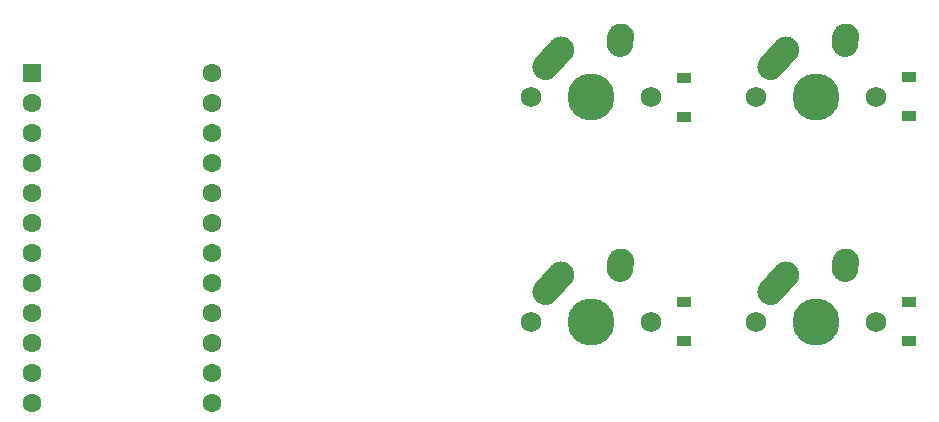
<source format=gbs>
%TF.GenerationSoftware,KiCad,Pcbnew,(5.1.10-1-10_14)*%
%TF.CreationDate,2021-10-08T14:04:21+02:00*%
%TF.ProjectId,lazercut,6c617a65-7263-4757-942e-6b696361645f,rev?*%
%TF.SameCoordinates,Original*%
%TF.FileFunction,Soldermask,Bot*%
%TF.FilePolarity,Negative*%
%FSLAX46Y46*%
G04 Gerber Fmt 4.6, Leading zero omitted, Abs format (unit mm)*
G04 Created by KiCad (PCBNEW (5.1.10-1-10_14)) date 2021-10-08 14:04:21*
%MOMM*%
%LPD*%
G01*
G04 APERTURE LIST*
%ADD10C,1.600000*%
%ADD11R,1.600000X1.600000*%
%ADD12C,1.750000*%
%ADD13C,2.250000*%
%ADD14C,3.987800*%
%ADD15R,1.200000X0.900000*%
G04 APERTURE END LIST*
D10*
%TO.C,U1*%
X77470000Y-142398750D03*
X77470000Y-144938750D03*
X77470000Y-147478750D03*
X77470000Y-150018750D03*
X77470000Y-152558750D03*
X77470000Y-155098750D03*
X77470000Y-157638750D03*
X77470000Y-160178750D03*
X77470000Y-162718750D03*
X77470000Y-165258750D03*
X77470000Y-167798750D03*
X77470000Y-170338750D03*
X62230000Y-170338750D03*
X62230000Y-167798750D03*
X62230000Y-165258750D03*
X62230000Y-162718750D03*
X62230000Y-160178750D03*
X62230000Y-157638750D03*
X62230000Y-155098750D03*
X62230000Y-152558750D03*
X62230000Y-150018750D03*
X62230000Y-147478750D03*
X62230000Y-144938750D03*
D11*
X62230000Y-142398750D03*
%TD*%
D12*
%TO.C,MX4*%
X133667500Y-163512500D03*
X123507500Y-163512500D03*
D13*
X126087500Y-159512500D03*
D14*
X128587500Y-163512500D03*
G36*
G01*
X124026188Y-161809850D02*
X124026183Y-161809845D01*
G75*
G02*
X123940155Y-160221183I751317J837345D01*
G01*
X125250157Y-158761183D01*
G75*
G02*
X126838819Y-158675155I837345J-751317D01*
G01*
X126838819Y-158675155D01*
G75*
G02*
X126924847Y-160263817I-751317J-837345D01*
G01*
X125614845Y-161723817D01*
G75*
G02*
X124026183Y-161809845I-837345J751317D01*
G01*
G37*
D13*
X131127500Y-158432500D03*
G36*
G01*
X131010983Y-160134895D02*
X131010097Y-160134834D01*
G75*
G02*
X129965166Y-158935097I77403J1122334D01*
G01*
X130005166Y-158355097D01*
G75*
G02*
X131204903Y-157310166I1122334J-77403D01*
G01*
X131204903Y-157310166D01*
G75*
G02*
X132249834Y-158509903I-77403J-1122334D01*
G01*
X132209834Y-159089903D01*
G75*
G02*
X131010097Y-160134834I-1122334J77403D01*
G01*
G37*
%TD*%
D12*
%TO.C,MX3*%
X114617500Y-163512500D03*
X104457500Y-163512500D03*
D13*
X107037500Y-159512500D03*
D14*
X109537500Y-163512500D03*
G36*
G01*
X104976188Y-161809850D02*
X104976183Y-161809845D01*
G75*
G02*
X104890155Y-160221183I751317J837345D01*
G01*
X106200157Y-158761183D01*
G75*
G02*
X107788819Y-158675155I837345J-751317D01*
G01*
X107788819Y-158675155D01*
G75*
G02*
X107874847Y-160263817I-751317J-837345D01*
G01*
X106564845Y-161723817D01*
G75*
G02*
X104976183Y-161809845I-837345J751317D01*
G01*
G37*
D13*
X112077500Y-158432500D03*
G36*
G01*
X111960983Y-160134895D02*
X111960097Y-160134834D01*
G75*
G02*
X110915166Y-158935097I77403J1122334D01*
G01*
X110955166Y-158355097D01*
G75*
G02*
X112154903Y-157310166I1122334J-77403D01*
G01*
X112154903Y-157310166D01*
G75*
G02*
X113199834Y-158509903I-77403J-1122334D01*
G01*
X113159834Y-159089903D01*
G75*
G02*
X111960097Y-160134834I-1122334J77403D01*
G01*
G37*
%TD*%
D12*
%TO.C,MX2*%
X133667500Y-144462500D03*
X123507500Y-144462500D03*
D13*
X126087500Y-140462500D03*
D14*
X128587500Y-144462500D03*
G36*
G01*
X124026188Y-142759850D02*
X124026183Y-142759845D01*
G75*
G02*
X123940155Y-141171183I751317J837345D01*
G01*
X125250157Y-139711183D01*
G75*
G02*
X126838819Y-139625155I837345J-751317D01*
G01*
X126838819Y-139625155D01*
G75*
G02*
X126924847Y-141213817I-751317J-837345D01*
G01*
X125614845Y-142673817D01*
G75*
G02*
X124026183Y-142759845I-837345J751317D01*
G01*
G37*
D13*
X131127500Y-139382500D03*
G36*
G01*
X131010983Y-141084895D02*
X131010097Y-141084834D01*
G75*
G02*
X129965166Y-139885097I77403J1122334D01*
G01*
X130005166Y-139305097D01*
G75*
G02*
X131204903Y-138260166I1122334J-77403D01*
G01*
X131204903Y-138260166D01*
G75*
G02*
X132249834Y-139459903I-77403J-1122334D01*
G01*
X132209834Y-140039903D01*
G75*
G02*
X131010097Y-141084834I-1122334J77403D01*
G01*
G37*
%TD*%
D12*
%TO.C,MX1*%
X114617500Y-144462500D03*
X104457500Y-144462500D03*
D13*
X107037500Y-140462500D03*
D14*
X109537500Y-144462500D03*
G36*
G01*
X104976188Y-142759850D02*
X104976183Y-142759845D01*
G75*
G02*
X104890155Y-141171183I751317J837345D01*
G01*
X106200157Y-139711183D01*
G75*
G02*
X107788819Y-139625155I837345J-751317D01*
G01*
X107788819Y-139625155D01*
G75*
G02*
X107874847Y-141213817I-751317J-837345D01*
G01*
X106564845Y-142673817D01*
G75*
G02*
X104976183Y-142759845I-837345J751317D01*
G01*
G37*
D13*
X112077500Y-139382500D03*
G36*
G01*
X111960983Y-141084895D02*
X111960097Y-141084834D01*
G75*
G02*
X110915166Y-139885097I77403J1122334D01*
G01*
X110955166Y-139305097D01*
G75*
G02*
X112154903Y-138260166I1122334J-77403D01*
G01*
X112154903Y-138260166D01*
G75*
G02*
X113199834Y-139459903I-77403J-1122334D01*
G01*
X113159834Y-140039903D01*
G75*
G02*
X111960097Y-141084834I-1122334J77403D01*
G01*
G37*
%TD*%
D15*
%TO.C,D4*%
X136525000Y-161862500D03*
X136525000Y-165162500D03*
%TD*%
%TO.C,D3*%
X117475000Y-161862500D03*
X117475000Y-165162500D03*
%TD*%
%TO.C,D2*%
X136525000Y-142812500D03*
X136525000Y-146112500D03*
%TD*%
%TO.C,D1*%
X117475000Y-142875000D03*
X117475000Y-146175000D03*
%TD*%
M02*

</source>
